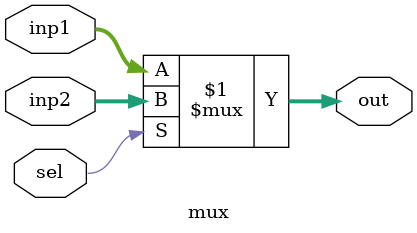
<source format=v>
module mux (
    input sel,
    input [15:0] inp1, inp2,
    output [15:0] out
);

    assign out = (sel) ? inp2 : inp1;

endmodule
</source>
